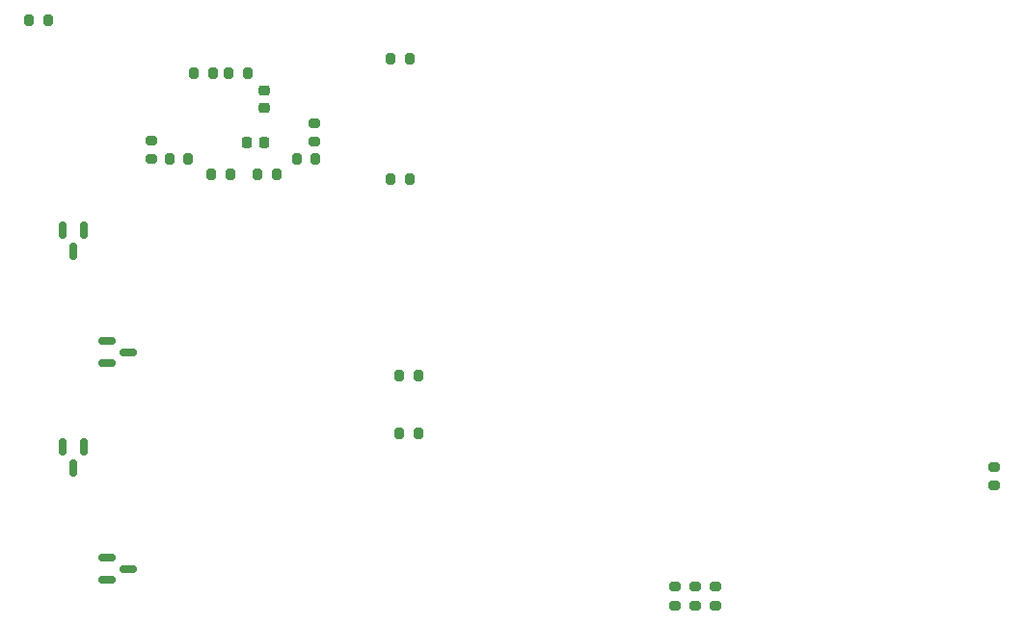
<source format=gbr>
G04 #@! TF.GenerationSoftware,KiCad,Pcbnew,9.0.3*
G04 #@! TF.CreationDate,2025-08-15T00:00:31+02:00*
G04 #@! TF.ProjectId,MADC_ARTY,4d414443-5f41-4525-9459-2e6b69636164,rev?*
G04 #@! TF.SameCoordinates,Original*
G04 #@! TF.FileFunction,Paste,Bot*
G04 #@! TF.FilePolarity,Positive*
%FSLAX46Y46*%
G04 Gerber Fmt 4.6, Leading zero omitted, Abs format (unit mm)*
G04 Created by KiCad (PCBNEW 9.0.3) date 2025-08-15 00:00:31*
%MOMM*%
%LPD*%
G01*
G04 APERTURE LIST*
G04 Aperture macros list*
%AMRoundRect*
0 Rectangle with rounded corners*
0 $1 Rounding radius*
0 $2 $3 $4 $5 $6 $7 $8 $9 X,Y pos of 4 corners*
0 Add a 4 corners polygon primitive as box body*
4,1,4,$2,$3,$4,$5,$6,$7,$8,$9,$2,$3,0*
0 Add four circle primitives for the rounded corners*
1,1,$1+$1,$2,$3*
1,1,$1+$1,$4,$5*
1,1,$1+$1,$6,$7*
1,1,$1+$1,$8,$9*
0 Add four rect primitives between the rounded corners*
20,1,$1+$1,$2,$3,$4,$5,0*
20,1,$1+$1,$4,$5,$6,$7,0*
20,1,$1+$1,$6,$7,$8,$9,0*
20,1,$1+$1,$8,$9,$2,$3,0*%
G04 Aperture macros list end*
%ADD10RoundRect,0.200000X-0.200000X-0.275000X0.200000X-0.275000X0.200000X0.275000X-0.200000X0.275000X0*%
%ADD11RoundRect,0.150000X-0.587500X-0.150000X0.587500X-0.150000X0.587500X0.150000X-0.587500X0.150000X0*%
%ADD12RoundRect,0.200000X0.275000X-0.200000X0.275000X0.200000X-0.275000X0.200000X-0.275000X-0.200000X0*%
%ADD13RoundRect,0.200000X-0.275000X0.200000X-0.275000X-0.200000X0.275000X-0.200000X0.275000X0.200000X0*%
%ADD14RoundRect,0.225000X0.225000X0.250000X-0.225000X0.250000X-0.225000X-0.250000X0.225000X-0.250000X0*%
%ADD15RoundRect,0.225000X-0.250000X0.225000X-0.250000X-0.225000X0.250000X-0.225000X0.250000X0.225000X0*%
%ADD16RoundRect,0.150000X-0.150000X0.587500X-0.150000X-0.587500X0.150000X-0.587500X0.150000X0.587500X0*%
%ADD17RoundRect,0.200000X0.200000X0.275000X-0.200000X0.275000X-0.200000X-0.275000X0.200000X-0.275000X0*%
G04 APERTURE END LIST*
D10*
G04 #@! TO.C,R15*
X150051000Y-55245000D03*
X151701000Y-55245000D03*
G04 #@! TD*
D11*
G04 #@! TO.C,Q6*
X133427500Y-73213000D03*
X133427500Y-71313000D03*
X135302500Y-72263000D03*
G04 #@! TD*
D12*
G04 #@! TO.C,R67*
X183261000Y-94551000D03*
X183261000Y-92901000D03*
G04 #@! TD*
G04 #@! TO.C,R66*
X185039000Y-94551000D03*
X185039000Y-92901000D03*
G04 #@! TD*
D13*
G04 #@! TO.C,R65*
X186817000Y-92901000D03*
X186817000Y-94551000D03*
G04 #@! TD*
D14*
G04 #@! TO.C,C15*
X147206000Y-53848000D03*
X145656000Y-53848000D03*
G04 #@! TD*
D10*
G04 #@! TO.C,R97*
X144082000Y-47752000D03*
X145732000Y-47752000D03*
G04 #@! TD*
G04 #@! TO.C,R96*
X141034000Y-47752000D03*
X142684000Y-47752000D03*
G04 #@! TD*
G04 #@! TO.C,R95*
X138875000Y-55245000D03*
X140525000Y-55245000D03*
G04 #@! TD*
D15*
G04 #@! TO.C,C10*
X147193000Y-49263000D03*
X147193000Y-50813000D03*
G04 #@! TD*
D13*
G04 #@! TO.C,R90*
X211328000Y-82360000D03*
X211328000Y-84010000D03*
G04 #@! TD*
D10*
G04 #@! TO.C,R98*
X146622000Y-56642000D03*
X148272000Y-56642000D03*
G04 #@! TD*
D16*
G04 #@! TO.C,Q10*
X129479000Y-80596500D03*
X131379000Y-80596500D03*
X130429000Y-82471500D03*
G04 #@! TD*
D13*
G04 #@! TO.C,R25*
X151638000Y-52134000D03*
X151638000Y-53784000D03*
G04 #@! TD*
D17*
G04 #@! TO.C,R36*
X159956000Y-57023000D03*
X158306000Y-57023000D03*
G04 #@! TD*
D11*
G04 #@! TO.C,Q14*
X133427500Y-92263000D03*
X133427500Y-90363000D03*
X135302500Y-91313000D03*
G04 #@! TD*
D13*
G04 #@! TO.C,R24*
X137287000Y-53658000D03*
X137287000Y-55308000D03*
G04 #@! TD*
D17*
G04 #@! TO.C,R99*
X144208000Y-56642000D03*
X142558000Y-56642000D03*
G04 #@! TD*
G04 #@! TO.C,R35*
X128206000Y-43053000D03*
X126556000Y-43053000D03*
G04 #@! TD*
D10*
G04 #@! TO.C,R32*
X158306000Y-46482000D03*
X159956000Y-46482000D03*
G04 #@! TD*
D16*
G04 #@! TO.C,Q2*
X129479000Y-61546500D03*
X131379000Y-61546500D03*
X130429000Y-63421500D03*
G04 #@! TD*
D17*
G04 #@! TO.C,R45*
X160718000Y-74295000D03*
X159068000Y-74295000D03*
G04 #@! TD*
G04 #@! TO.C,R44*
X160718000Y-79375000D03*
X159068000Y-79375000D03*
G04 #@! TD*
M02*

</source>
